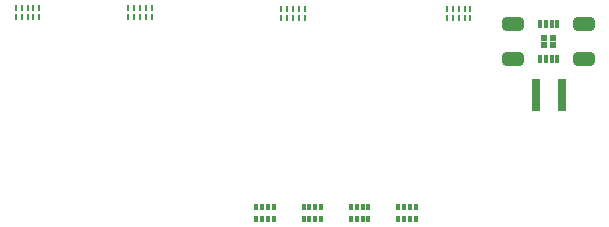
<source format=gbr>
G04 #@! TF.GenerationSoftware,KiCad,Pcbnew,6.0.7-1.fc35*
G04 #@! TF.CreationDate,2022-09-05T19:08:22-05:00*
G04 #@! TF.ProjectId,rpi-adapter,7270692d-6164-4617-9074-65722e6b6963,rev?*
G04 #@! TF.SameCoordinates,Original*
G04 #@! TF.FileFunction,Paste,Top*
G04 #@! TF.FilePolarity,Positive*
%FSLAX46Y46*%
G04 Gerber Fmt 4.6, Leading zero omitted, Abs format (unit mm)*
G04 Created by KiCad (PCBNEW 6.0.7-1.fc35) date 2022-09-05 19:08:22*
%MOMM*%
%LPD*%
G01*
G04 APERTURE LIST*
G04 Aperture macros list*
%AMRoundRect*
0 Rectangle with rounded corners*
0 $1 Rounding radius*
0 $2 $3 $4 $5 $6 $7 $8 $9 X,Y pos of 4 corners*
0 Add a 4 corners polygon primitive as box body*
4,1,4,$2,$3,$4,$5,$6,$7,$8,$9,$2,$3,0*
0 Add four circle primitives for the rounded corners*
1,1,$1+$1,$2,$3*
1,1,$1+$1,$4,$5*
1,1,$1+$1,$6,$7*
1,1,$1+$1,$8,$9*
0 Add four rect primitives between the rounded corners*
20,1,$1+$1,$2,$3,$4,$5,0*
20,1,$1+$1,$4,$5,$6,$7,0*
20,1,$1+$1,$6,$7,$8,$9,0*
20,1,$1+$1,$8,$9,$2,$3,0*%
G04 Aperture macros list end*
%ADD10R,0.400000X0.500000*%
%ADD11R,0.300000X0.500000*%
%ADD12R,0.200000X0.475000*%
%ADD13RoundRect,0.250000X-0.650000X0.325000X-0.650000X-0.325000X0.650000X-0.325000X0.650000X0.325000X0*%
%ADD14R,0.600000X0.500000*%
%ADD15R,0.300000X0.750000*%
%ADD16R,0.800000X2.700000*%
G04 APERTURE END LIST*
D10*
G04 #@! TO.C,RN8*
X114750000Y-97000000D03*
D11*
X115250000Y-97000000D03*
X115750000Y-97000000D03*
D10*
X116250000Y-97000000D03*
X116250000Y-96000000D03*
D11*
X115750000Y-96000000D03*
X115250000Y-96000000D03*
D10*
X114750000Y-96000000D03*
G04 #@! TD*
D12*
G04 #@! TO.C,D6*
X116880000Y-79265000D03*
X116880000Y-80040000D03*
X117880000Y-80040000D03*
X117380000Y-80040000D03*
X117380000Y-79265000D03*
X118380000Y-79265000D03*
X118380000Y-80040000D03*
X117880000Y-79265000D03*
X118880000Y-79265000D03*
X118880000Y-80040000D03*
G04 #@! TD*
D10*
G04 #@! TO.C,RN7*
X118750000Y-97000000D03*
D11*
X119250000Y-97000000D03*
X119750000Y-97000000D03*
D10*
X120250000Y-97000000D03*
X120250000Y-96000000D03*
D11*
X119750000Y-96000000D03*
X119250000Y-96000000D03*
D10*
X118750000Y-96000000D03*
G04 #@! TD*
D12*
G04 #@! TO.C,D7*
X103880000Y-79152500D03*
X103880000Y-79927500D03*
X104880000Y-79927500D03*
X104380000Y-79152500D03*
X104380000Y-79927500D03*
X105380000Y-79152500D03*
X105380000Y-79927500D03*
X104880000Y-79152500D03*
X105880000Y-79152500D03*
X105880000Y-79927500D03*
G04 #@! TD*
D13*
G04 #@! TO.C,C2*
X136500000Y-80525000D03*
X136500000Y-83475000D03*
G04 #@! TD*
D10*
G04 #@! TO.C,RN6*
X122750000Y-97000000D03*
D11*
X123250000Y-97000000D03*
X123750000Y-97000000D03*
D10*
X124250000Y-97000000D03*
X124250000Y-96000000D03*
D11*
X123750000Y-96000000D03*
X123250000Y-96000000D03*
D10*
X122750000Y-96000000D03*
G04 #@! TD*
D13*
G04 #@! TO.C,C1*
X142500000Y-80525000D03*
X142500000Y-83475000D03*
G04 #@! TD*
D12*
G04 #@! TO.C,D5*
X130880000Y-79265000D03*
X130880000Y-80040000D03*
X131880000Y-80040000D03*
X131380000Y-79265000D03*
X131380000Y-80040000D03*
X132380000Y-79265000D03*
X132380000Y-80040000D03*
X131880000Y-79265000D03*
X132880000Y-79265000D03*
X132880000Y-80040000D03*
G04 #@! TD*
D10*
G04 #@! TO.C,RN5*
X126750000Y-97000000D03*
D11*
X127250000Y-97000000D03*
X127750000Y-97000000D03*
D10*
X128250000Y-97000000D03*
X128250000Y-96000000D03*
D11*
X127750000Y-96000000D03*
X127250000Y-96000000D03*
D10*
X126750000Y-96000000D03*
G04 #@! TD*
D12*
G04 #@! TO.C,D8*
X94380000Y-79927500D03*
X94380000Y-79152500D03*
X95380000Y-79927500D03*
X94880000Y-79927500D03*
X94880000Y-79152500D03*
X95880000Y-79927500D03*
X95880000Y-79152500D03*
X95380000Y-79152500D03*
X96380000Y-79152500D03*
X96380000Y-79927500D03*
G04 #@! TD*
D14*
G04 #@! TO.C,U1*
X139875000Y-82325000D03*
X139125000Y-82325000D03*
X139875000Y-81675000D03*
X139125000Y-81675000D03*
D15*
X138750000Y-83450000D03*
X139250000Y-83450000D03*
X139750000Y-83450000D03*
X140250000Y-83450000D03*
X140250000Y-80550000D03*
X139750000Y-80550000D03*
X139250000Y-80550000D03*
X138750000Y-80550000D03*
G04 #@! TD*
D16*
G04 #@! TO.C,L1*
X140600000Y-86500000D03*
X138400000Y-86500000D03*
G04 #@! TD*
M02*

</source>
